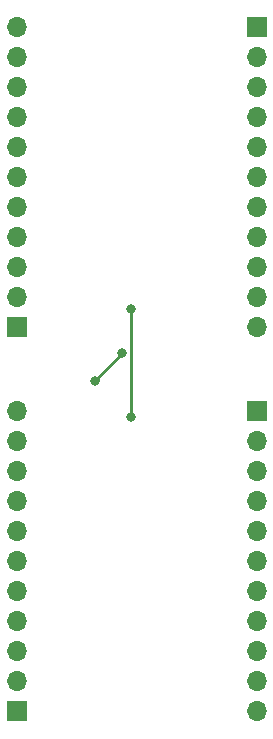
<source format=gbr>
G04 #@! TF.GenerationSoftware,KiCad,Pcbnew,5.1.3-ffb9f22~84~ubuntu18.04.1*
G04 #@! TF.CreationDate,2019-08-13T01:25:41-07:00*
G04 #@! TF.ProjectId,ATmega32U4breakout,41546d65-6761-4333-9255-34627265616b,rev?*
G04 #@! TF.SameCoordinates,Original*
G04 #@! TF.FileFunction,Copper,L2,Bot*
G04 #@! TF.FilePolarity,Positive*
%FSLAX46Y46*%
G04 Gerber Fmt 4.6, Leading zero omitted, Abs format (unit mm)*
G04 Created by KiCad (PCBNEW 5.1.3-ffb9f22~84~ubuntu18.04.1) date 2019-08-13 01:25:41*
%MOMM*%
%LPD*%
G04 APERTURE LIST*
%ADD10R,1.700000X1.700000*%
%ADD11O,1.700000X1.700000*%
%ADD12C,0.800000*%
%ADD13C,0.250000*%
G04 APERTURE END LIST*
D10*
X124460000Y-86868000D03*
D11*
X124460000Y-84328000D03*
X124460000Y-81788000D03*
X124460000Y-79248000D03*
X124460000Y-76708000D03*
X124460000Y-74168000D03*
X124460000Y-71628000D03*
X124460000Y-69088000D03*
X124460000Y-66548000D03*
X124460000Y-64008000D03*
X124460000Y-61468000D03*
X124460000Y-93980000D03*
X124460000Y-96520000D03*
X124460000Y-99060000D03*
X124460000Y-101600000D03*
X124460000Y-104140000D03*
X124460000Y-106680000D03*
X124460000Y-109220000D03*
X124460000Y-111760000D03*
X124460000Y-114300000D03*
X124460000Y-116840000D03*
D10*
X124460000Y-119380000D03*
X144780000Y-93980000D03*
D11*
X144780000Y-96520000D03*
X144780000Y-99060000D03*
X144780000Y-101600000D03*
X144780000Y-104140000D03*
X144780000Y-106680000D03*
X144780000Y-109220000D03*
X144780000Y-111760000D03*
X144780000Y-114300000D03*
X144780000Y-116840000D03*
X144780000Y-119380000D03*
X144780000Y-86868000D03*
X144780000Y-84328000D03*
X144780000Y-81788000D03*
X144780000Y-79248000D03*
X144780000Y-76708000D03*
X144780000Y-74168000D03*
X144780000Y-71628000D03*
X144780000Y-69088000D03*
X144780000Y-66548000D03*
X144780000Y-64008000D03*
D10*
X144780000Y-61468000D03*
D12*
X133387000Y-89046495D03*
X131064000Y-91440000D03*
X134112000Y-85344000D03*
X134112000Y-94488000D03*
D13*
X133387000Y-89046495D02*
X131064000Y-91369495D01*
X131064000Y-91369495D02*
X131064000Y-91440000D01*
X134112000Y-94488000D02*
X134112000Y-85344000D01*
M02*

</source>
